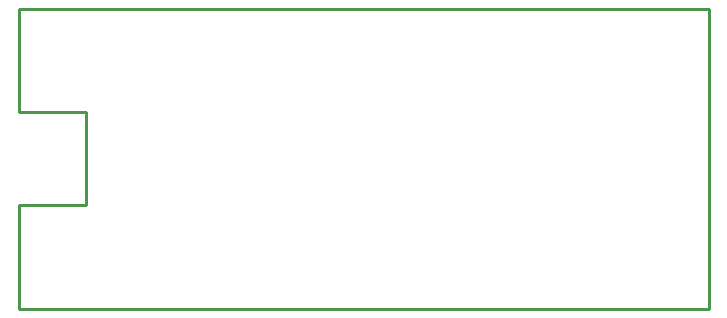
<source format=gm1>
G04*
G04 #@! TF.GenerationSoftware,Altium Limited,Altium Designer,20.0.13 (296)*
G04*
G04 Layer_Color=16711935*
%FSLAX24Y24*%
%MOIN*%
G70*
G01*
G75*
%ADD10C,0.0100*%
D10*
X-50Y3400D02*
X2200D01*
X-50Y6500D02*
X2200D01*
X-50Y-50D02*
Y3400D01*
Y6500D02*
Y9950D01*
X2200Y3400D02*
Y6500D01*
X-50Y-50D02*
X22950D01*
Y9950D01*
X-50D02*
X22950D01*
X-50Y3400D02*
X2200D01*
X-50Y6500D02*
X2200D01*
X-50Y-50D02*
Y3400D01*
Y6500D02*
Y9950D01*
X2200Y3400D02*
Y6500D01*
X-50Y-50D02*
X22950D01*
Y9950D01*
X-50D02*
X22950D01*
M02*

</source>
